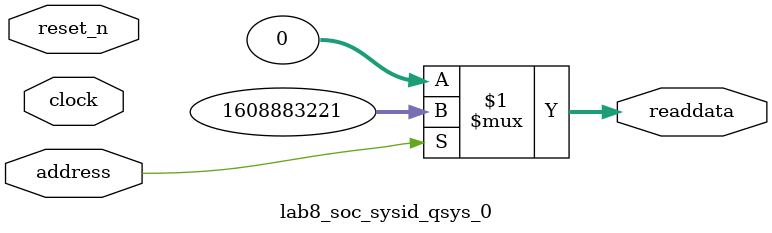
<source format=v>



// synthesis translate_off
`timescale 1ns / 1ps
// synthesis translate_on

// turn off superfluous verilog processor warnings 
// altera message_level Level1 
// altera message_off 10034 10035 10036 10037 10230 10240 10030 

module lab8_soc_sysid_qsys_0 (
               // inputs:
                address,
                clock,
                reset_n,

               // outputs:
                readdata
             )
;

  output  [ 31: 0] readdata;
  input            address;
  input            clock;
  input            reset_n;

  wire    [ 31: 0] readdata;
  //control_slave, which is an e_avalon_slave
  assign readdata = address ? 1608883221 : 0;

endmodule



</source>
